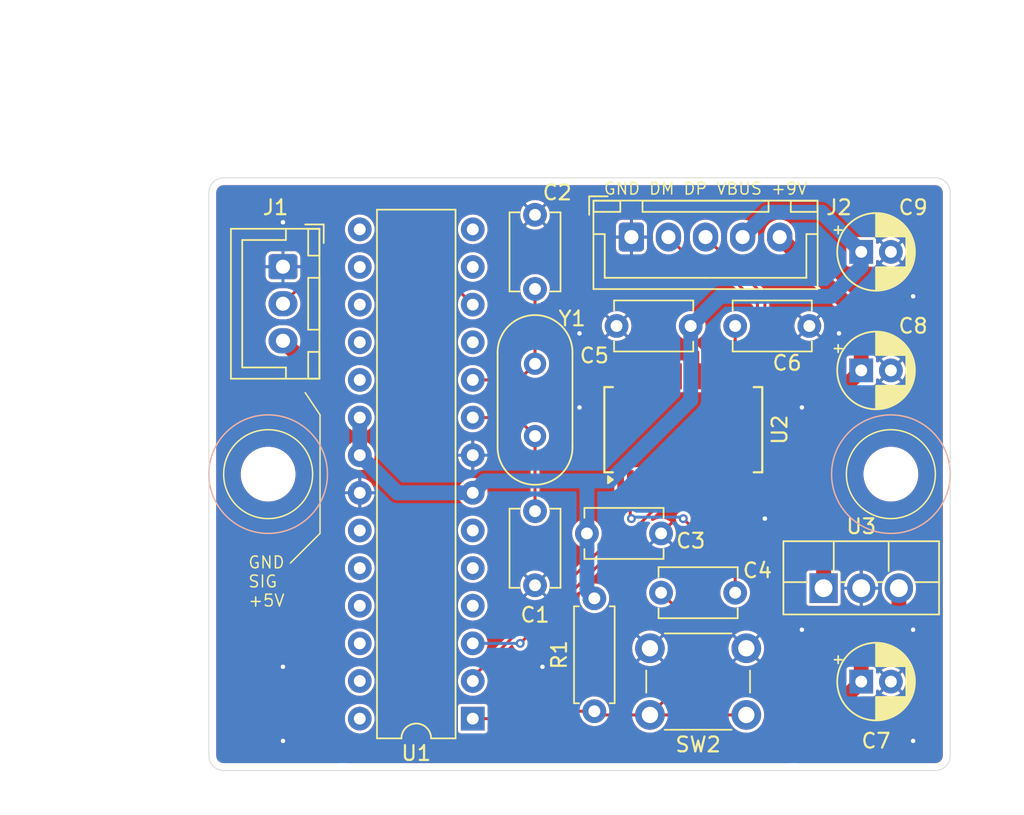
<source format=kicad_pcb>
(kicad_pcb (version 20240108) (generator "pcbnew") (generator_version "8.0")
  (layers (0 "F.Cu" signal) (31 "B.Cu" signal) (34 "B.Paste" user) (35 "F.Paste" user) (36 "B.SilkS" user "B.Silkscreen") (37 "F.SilkS" user "F.Silkscreen") (38 "B.Mask" user) (39 "F.Mask" user) (44 "Edge.Cuts" user))
  (net 0 "")
  (net 1 "VBUS")
  (net 2 "Net-(U1-~{RESET}{slash}PC6)")
  (net 3 "GND")
  (net 4 "+5V")
  (net 5 "+9V")
  (net 6 "/DTR")
  (net 9 "/AT_TX")
  (net 10 "/AT_RX")
  (net 16 "/USB+")
  (net 19 "+3V3")
  (net 24 "/USB-")
  (net 27 "Net-(U1-XTAL1{slash}PB6)")
  (net 32 "Net-(U1-XTAL2{slash}PB7)")
  (net 39 "/SIG")
  (footprint "Package_TO_SOT_THT:TO-220F-3_Vertical" (layer "F.Cu") (at 141.46 124.695)
    (property "Reference" "U3" (at 2.54 -4.1675 0) (layer "F.SilkS"))
    (property "Value" "L7805")
    (pad "1" thru_hole rect (at 0 0) (size 1.905 2) (drill 1.2) (layers "*.Cu" "*.Mask") (net 5 "+9V"))
    (pad "2" thru_hole oval (at 2.54 0) (size 1.905 2) (drill 1.2) (layers "*.Cu" "*.Mask") (net 3 "GND"))
    (pad "3" thru_hole oval (at 5.08 0) (size 1.905 2) (drill 1.2) (layers "*.Cu" "*.Mask") (net 4 "+5V"))
  )
  (footprint "Capacitor_THT:CP_Radial_D5.0mm_P2.00mm" (layer "F.Cu") (at 144 102)
    (property "Reference" "C9" (at 3.5 -3 0) (layer "F.SilkS"))
    (property "Value" "10uF Φ5 2mm Pitch")
    (pad "1" thru_hole rect (at 0 0) (size 1.6 1.6) (drill 0.8) (layers "*.Cu" "*.Mask") (net 1 "VBUS"))
    (pad "2" thru_hole circle (at 2 0) (size 1.6 1.6) (drill 0.8) (layers "*.Cu" "*.Mask") (net 3 "GND"))
  )
  (footprint "MountingHole:MountingHole_3.2mm_M3" (layer "F.Cu") (at 104 117)
    (property "Reference" "H2" (hide yes))
    (property "Value" "Φ3.2")
    (pad "" np_thru_hole circle (at 0 0) (size 3.2 3.2) (drill 3.2) (layers "*.Cu" "*.Mask"))
  )
  (footprint "Crystal:Crystal_HC49-4H_Vertical" (layer "F.Cu") (at 122 109.55 -90)
    (property "Reference" "Y1" (at -3.05 -2.5 180) (layer "F.SilkS"))
    (property "Value" "16MHz")
    (pad "1" thru_hole circle (at 0 0 270) (size 1.5 1.5) (drill 0.8) (layers "*.Cu" "*.Mask") (net 32 "Net-(U1-XTAL2{slash}PB7)"))
    (pad "2" thru_hole circle (at 4.88 0 270) (size 1.5 1.5) (drill 0.8) (layers "*.Cu" "*.Mask") (net 27 "Net-(U1-XTAL1{slash}PB6)"))
  )
  (footprint "MountingHole:MountingHole_3.2mm_M3" (layer "F.Cu") (at 146 117)
    (property "Reference" "H1" (hide yes))
    (property "Value" "Φ3.2")
    (pad "" np_thru_hole circle (at 0 0) (size 3.2 3.2) (drill 3.2) (layers "*.Cu" "*.Mask"))
  )
  (footprint "Resistor_THT:R_Axial_DIN0207_L6.3mm_D2.5mm_P7.62mm_Horizontal" (layer "F.Cu") (at 126 133 90)
    (property "Reference" "R1" (at 3.81 -2.37 90) (layer "F.SilkS"))
    (property "Value" "10k")
    (pad "1" thru_hole circle (at 0 0 90) (size 1.6 1.6) (drill 0.8) (layers "*.Cu" "*.Mask") (net 2 "Net-(U1-~{RESET}{slash}PC6)"))
    (pad "2" thru_hole oval (at 7.62 0 90) (size 1.6 1.6) (drill 0.8) (layers "*.Cu" "*.Mask") (net 1 "VBUS"))
  )
  (footprint "Capacitor_THT:C_Disc_D5.1mm_W3.2mm_P5.00mm" (layer "F.Cu") (at 135.5 125 180)
    (property "Reference" "C4" (at -1.5 1.5 0) (layer "F.SilkS"))
    (property "Value" "0.1uF")
    (pad "1" thru_hole circle (at 0 0 180) (size 1.6 1.6) (drill 0.8) (layers "*.Cu" "*.Mask") (net 6 "/DTR"))
    (pad "2" thru_hole circle (at 5 0 180) (size 1.6 1.6) (drill 0.8) (layers "*.Cu" "*.Mask") (net 2 "Net-(U1-~{RESET}{slash}PC6)"))
  )
  (footprint "Connector_JST:JST_XH_B3B-XH-A_1x03_P2.50mm_Vertical" (layer "F.Cu") (at 105 103 -90)
    (property "Reference" "J1" (at -4 0.5 180) (layer "F.SilkS"))
    (property "Value" "B3B-XH-A")
    (pad "1" thru_hole roundrect (at 0 0 270) (size 1.7 1.95) (drill 0.95) (layers "*.Cu" "*.Mask") (roundrect_rratio 0.147059) (net 3 "GND"))
    (pad "2" thru_hole oval (at 2.5 0 270) (size 1.7 1.95) (drill 0.95) (layers "*.Cu" "*.Mask") (net 39 "/SIG"))
    (pad "3" thru_hole oval (at 5 0 270) (size 1.7 1.95) (drill 0.95) (layers "*.Cu" "*.Mask") (net 4 "+5V"))
  )
  (footprint "Connector_JST:JST_XH_B5B-XH-A_1x05_P2.50mm_Vertical" (layer "F.Cu") (at 128.5 101)
    (property "Reference" "J2" (at 14 -2 0) (layer "F.SilkS"))
    (property "Value" "B5B-XH-A")
    (pad "1" thru_hole roundrect (at 0 0) (size 1.7 1.95) (drill 0.95) (layers "*.Cu" "*.Mask") (roundrect_rratio 0.147059) (net 3 "GND"))
    (pad "2" thru_hole oval (at 2.5 0) (size 1.7 1.95) (drill 0.95) (layers "*.Cu" "*.Mask") (net 24 "/USB-"))
    (pad "3" thru_hole oval (at 5 0) (size 1.7 1.95) (drill 0.95) (layers "*.Cu" "*.Mask") (net 16 "/USB+"))
    (pad "4" thru_hole oval (at 7.5 0) (size 1.7 1.95) (drill 0.95) (layers "*.Cu" "*.Mask") (net 1 "VBUS"))
    (pad "5" thru_hole oval (at 10 0) (size 1.7 1.95) (drill 0.95) (layers "*.Cu" "*.Mask") (net 5 "+9V"))
  )
  (footprint "Capacitor_THT:C_Disc_D5.1mm_W3.2mm_P5.00mm" (layer "F.Cu") (at 127.5 107)
    (property "Reference" "C5" (at -1.5 2 0) (layer "F.SilkS"))
    (property "Value" "0.1uF")
    (pad "1" thru_hole circle (at 0 0) (size 1.6 1.6) (drill 0.8) (layers "*.Cu" "*.Mask") (net 3 "GND"))
    (pad "2" thru_hole circle (at 5 0) (size 1.6 1.6) (drill 0.8) (layers "*.Cu" "*.Mask") (net 1 "VBUS"))
  )
  (footprint "Button_Switch_THT:SW_PUSH_6mm" (layer "F.Cu") (at 136.25 133.25 180)
    (property "Reference" "SW2" (at 3.25 -2 0) (layer "F.SilkS"))
    (property "Value" "SW_Push")
    (pad "1" thru_hole circle (at 0 0 270) (size 2 2) (drill 1.1) (layers "*.Cu" "*.Mask") (net 2 "Net-(U1-~{RESET}{slash}PC6)"))
    (pad "1" thru_hole circle (at 6.5 0 270) (size 2 2) (drill 1.1) (layers "*.Cu" "*.Mask") (net 2 "Net-(U1-~{RESET}{slash}PC6)"))
    (pad "2" thru_hole circle (at 0 4.5 270) (size 2 2) (drill 1.1) (layers "*.Cu" "*.Mask") (net 3 "GND"))
    (pad "2" thru_hole circle (at 6.5 4.5 270) (size 2 2) (drill 1.1) (layers "*.Cu" "*.Mask") (net 3 "GND"))
  )
  (footprint "Capacitor_THT:C_Disc_D5.1mm_W3.2mm_P5.00mm" (layer "F.Cu") (at 135.5 107)
    (property "Reference" "C6" (at 3.5 2.5 0) (layer "F.SilkS"))
    (property "Value" "0.1uF")
    (pad "1" thru_hole circle (at 0 0) (size 1.6 1.6) (drill 0.8) (layers "*.Cu" "*.Mask") (net 19 "+3V3"))
    (pad "2" thru_hole circle (at 5 0) (size 1.6 1.6) (drill 0.8) (layers "*.Cu" "*.Mask") (net 3 "GND"))
  )
  (footprint "Package_SO:SSOP-28_5.3x10.2mm_P0.65mm" (layer "F.Cu") (at 132 114 90)
    (property "Reference" "U2" (at 0 6.5 90) (layer "F.SilkS"))
    (property "Value" "FT232RL")
    (pad "1" smd rect (at -3.6 -4.225 90) (size 1.75 0.45) (layers "F.Cu" "F.Paste" "F.Mask") (net 10 "/AT_RX"))
    (pad "2" smd rect (at -3.6 -3.575 90) (size 1.75 0.45) (layers "F.Cu" "F.Paste" "F.Mask") (net 6 "/DTR"))
    (pad "3" smd rect (at -3.6 -2.925 90) (size 1.75 0.45) (layers "F.Cu" "F.Paste" "F.Mask"))
    (pad "4" smd rect (at -3.6 -2.275 90) (size 1.75 0.45) (layers "F.Cu" "F.Paste" "F.Mask") (net 19 "+3V3"))
    (pad "5" smd rect (at -3.6 -1.625 90) (size 1.75 0.45) (layers "F.Cu" "F.Paste" "F.Mask") (net 9 "/AT_TX"))
    (pad "6" smd rect (at -3.6 -0.975 90) (size 1.75 0.45) (layers "F.Cu" "F.Paste" "F.Mask"))
    (pad "7" smd rect (at -3.6 -0.325 90) (size 1.75 0.45) (layers "F.Cu" "F.Paste" "F.Mask") (net 3 "GND"))
    (pad "8" smd rect (at -3.6 0.325 90) (size 1.75 0.45) (layers "F.Cu" "F.Paste" "F.Mask"))
    (pad "9" smd rect (at -3.6 0.975 90) (size 1.75 0.45) (layers "F.Cu" "F.Paste" "F.Mask"))
    (pad "10" smd rect (at -3.6 1.625 90) (size 1.75 0.45) (layers "F.Cu" "F.Paste" "F.Mask"))
    (pad "11" smd rect (at -3.6 2.275 90) (size 1.75 0.45) (layers "F.Cu" "F.Paste" "F.Mask"))
    (pad "12" smd rect (at -3.6 2.925 90) (size 1.75 0.45) (layers "F.Cu" "F.Paste" "F.Mask"))
    (pad "13" smd rect (at -3.6 3.575 90) (size 1.75 0.45) (layers "F.Cu" "F.Paste" "F.Mask"))
    (pad "14" smd rect (at -3.6 4.225 90) (size 1.75 0.45) (layers "F.Cu" "F.Paste" "F.Mask"))
    (pad "15" smd rect (at 3.6 4.225 90) (size 1.75 0.45) (layers "F.Cu" "F.Paste" "F.Mask") (net 16 "/USB+"))
    (pad "16" smd rect (at 3.6 3.575 90) (size 1.75 0.45) (layers "F.Cu" "F.Paste" "F.Mask") (net 24 "/USB-"))
    (pad "17" smd rect (at 3.6 2.925 90) (size 1.75 0.45) (layers "F.Cu" "F.Paste" "F.Mask") (net 19 "+3V3"))
    (pad "18" smd rect (at 3.6 2.275 90) (size 1.75 0.45) (layers "F.Cu" "F.Paste" "F.Mask") (net 3 "GND"))
    (pad "19" smd rect (at 3.6 1.625 90) (size 1.75 0.45) (layers "F.Cu" "F.Paste" "F.Mask"))
    (pad "20" smd rect (at 3.6 0.975 90) (size 1.75 0.45) (layers "F.Cu" "F.Paste" "F.Mask") (net 1 "VBUS"))
    (pad "21" smd rect (at 3.6 0.325 90) (size 1.75 0.45) (layers "F.Cu" "F.Paste" "F.Mask") (net 3 "GND"))
    (pad "22" smd rect (at 3.6 -0.325 90) (size 1.75 0.45) (layers "F.Cu" "F.Paste" "F.Mask"))
    (pad "23" smd rect (at 3.6 -0.975 90) (size 1.75 0.45) (layers "F.Cu" "F.Paste" "F.Mask"))
    (pad "24" smd rect (at 3.6 -1.625 90) (size 1.75 0.45) (layers "F.Cu" "F.Paste" "F.Mask"))
    (pad "25" smd rect (at 3.6 -2.275 90) (size 1.75 0.45) (layers "F.Cu" "F.Paste" "F.Mask") (net 3 "GND"))
    (pad "26" smd rect (at 3.6 -2.925 90) (size 1.75 0.45) (layers "F.Cu" "F.Paste" "F.Mask") (net 3 "GND"))
    (pad "27" smd rect (at 3.6 -3.575 90) (size 1.75 0.45) (layers "F.Cu" "F.Paste" "F.Mask"))
    (pad "28" smd rect (at 3.6 -4.225 90) (size 1.75 0.45) (layers "F.Cu" "F.Paste" "F.Mask"))
  )
  (footprint "Package_DIP:DIP-28_W7.62mm" (layer "F.Cu") (at 117.8 133.5 180)
    (property "Reference" "U1" (at 3.81 -2.33 0) (layer "F.SilkS"))
    (property "Value" "ATmega328P-P")
    (pad "1" thru_hole rect (at 0 0 180) (size 1.6 1.6) (drill 0.8) (layers "*.Cu" "*.Mask") (net 2 "Net-(U1-~{RESET}{slash}PC6)"))
    (pad "2" thru_hole oval (at 0 2.54 180) (size 1.6 1.6) (drill 0.8) (layers "*.Cu" "*.Mask") (net 10 "/AT_RX"))
    (pad "3" thru_hole oval (at 0 5.08 180) (size 1.6 1.6) (drill 0.8) (layers "*.Cu" "*.Mask") (net 9 "/AT_TX"))
    (pad "4" thru_hole oval (at 0 7.62 180) (size 1.6 1.6) (drill 0.8) (layers "*.Cu" "*.Mask"))
    (pad "5" thru_hole oval (at 0 10.16 180) (size 1.6 1.6) (drill 0.8) (layers "*.Cu" "*.Mask"))
    (pad "6" thru_hole oval (at 0 12.7 180) (size 1.6 1.6) (drill 0.8) (layers "*.Cu" "*.Mask"))
    (pad "7" thru_hole oval (at 0 15.24 180) (size 1.6 1.6) (drill 0.8) (layers "*.Cu" "*.Mask") (net 1 "VBUS"))
    (pad "8" thru_hole oval (at 0 17.78 180) (size 1.6 1.6) (drill 0.8) (layers "*.Cu" "*.Mask") (net 3 "GND"))
    (pad "9" thru_hole oval (at 0 20.32 180) (size 1.6 1.6) (drill 0.8) (layers "*.Cu" "*.Mask") (net 27 "Net-(U1-XTAL1{slash}PB6)"))
    (pad "10" thru_hole oval (at 0 22.86 180) (size 1.6 1.6) (drill 0.8) (layers "*.Cu" "*.Mask") (net 32 "Net-(U1-XTAL2{slash}PB7)"))
    (pad "11" thru_hole oval (at 0 25.4 180) (size 1.6 1.6) (drill 0.8) (layers "*.Cu" "*.Mask"))
    (pad "12" thru_hole oval (at 0 27.94 180) (size 1.6 1.6) (drill 0.8) (layers "*.Cu" "*.Mask") (net 39 "/SIG"))
    (pad "13" thru_hole oval (at 0 30.48 180) (size 1.6 1.6) (drill 0.8) (layers "*.Cu" "*.Mask"))
    (pad "14" thru_hole oval (at 0 33.02 180) (size 1.6 1.6) (drill 0.8) (layers "*.Cu" "*.Mask"))
    (pad "15" thru_hole oval (at 7.62 33.02 180) (size 1.6 1.6) (drill 0.8) (layers "*.Cu" "*.Mask"))
    (pad "16" thru_hole oval (at 7.62 30.48 180) (size 1.6 1.6) (drill 0.8) (layers "*.Cu" "*.Mask"))
    (pad "17" thru_hole oval (at 7.62 27.94 180) (size 1.6 1.6) (drill 0.8) (layers "*.Cu" "*.Mask"))
    (pad "18" thru_hole oval (at 7.62 25.4 180) (size 1.6 1.6) (drill 0.8) (layers "*.Cu" "*.Mask"))
    (pad "19" thru_hole oval (at 7.62 22.86 180) (size 1.6 1.6) (drill 0.8) (layers "*.Cu" "*.Mask"))
    (pad "20" thru_hole oval (at 7.62 20.32 180) (size 1.6 1.6) (drill 0.8) (layers "*.Cu" "*.Mask") (net 1 "VBUS"))
    (pad "21" thru_hole oval (at 7.62 17.78 180) (size 1.6 1.6) (drill 0.8) (layers "*.Cu" "*.Mask") (net 1 "VBUS"))
    (pad "22" thru_hole oval (at 7.62 15.24 180) (size 1.6 1.6) (drill 0.8) (layers "*.Cu" "*.Mask") (net 3 "GND"))
    (pad "23" thru_hole oval (at 7.62 12.7 180) (size 1.6 1.6) (drill 0.8) (layers "*.Cu" "*.Mask"))
    (pad "24" thru_hole oval (at 7.62 10.16 180) (size 1.6 1.6) (drill 0.8) (layers "*.Cu" "*.Mask"))
    (pad "25" thru_hole oval (at 7.62 7.62 180) (size 1.6 1.6) (drill 0.8) (layers "*.Cu" "*.Mask"))
    (pad "26" thru_hole oval (at 7.62 5.08 180) (size 1.6 1.6) (drill 0.8) (layers "*.Cu" "*.Mask"))
    (pad "27" thru_hole oval (at 7.62 2.54 180) (size 1.6 1.6) (drill 0.8) (layers "*.Cu" "*.Mask"))
    (pad "28" thru_hole oval (at 7.62 0 180) (size 1.6 1.6) (drill 0.8) (layers "*.Cu" "*.Mask"))
  )
  (footprint "Capacitor_THT:C_Disc_D5.1mm_W3.2mm_P5.00mm" (layer "F.Cu") (at 130.5 121 180)
    (property "Reference" "C3" (at -2 -0.5 0) (layer "F.SilkS"))
    (property "Value" "0.1uF")
    (pad "1" thru_hole circle (at 0 0 180) (size 1.6 1.6) (drill 0.8) (layers "*.Cu" "*.Mask") (net 3 "GND"))
    (pad "2" thru_hole circle (at 5 0 180) (size 1.6 1.6) (drill 0.8) (layers "*.Cu" "*.Mask") (net 1 "VBUS"))
  )
  (footprint "Capacitor_THT:CP_Radial_D5.0mm_P2.00mm" (layer "F.Cu") (at 144 110)
    (property "Reference" "C8" (at 3.5 -3 0) (layer "F.SilkS"))
    (property "Value" "10uF Φ5 2mm Pitch")
    (pad "1" thru_hole rect (at 0 0) (size 1.6 1.6) (drill 0.8) (layers "*.Cu" "*.Mask") (net 5 "+9V"))
    (pad "2" thru_hole circle (at 2 0) (size 1.6 1.6) (drill 0.8) (layers "*.Cu" "*.Mask") (net 3 "GND"))
  )
  (footprint "Capacitor_THT:C_Disc_D5.1mm_W3.2mm_P5.00mm" (layer "F.Cu") (at 122 104.5 90)
    (property "Reference" "C2" (at 6.5 1.5 180) (layer "F.SilkS"))
    (property "Value" "22nF")
    (pad "1" thru_hole circle (at 0 0 90) (size 1.6 1.6) (drill 0.8) (layers "*.Cu" "*.Mask") (net 32 "Net-(U1-XTAL2{slash}PB7)"))
    (pad "2" thru_hole circle (at 5 0 90) (size 1.6 1.6) (drill 0.8) (layers "*.Cu" "*.Mask") (net 3 "GND"))
  )
  (footprint "Capacitor_THT:CP_Radial_D5.0mm_P2.00mm" (layer "F.Cu") (at 144 131)
    (property "Reference" "C7" (at 1 4 0) (layer "F.SilkS"))
    (property "Value" "10uF Φ5 2mm Pitch")
    (pad "1" thru_hole rect (at 0 0) (size 1.6 1.6) (drill 0.8) (layers "*.Cu" "*.Mask") (net 4 "+5V"))
    (pad "2" thru_hole circle (at 2 0) (size 1.6 1.6) (drill 0.8) (layers "*.Cu" "*.Mask") (net 3 "GND"))
  )
  (footprint "Capacitor_THT:C_Disc_D5.1mm_W3.2mm_P5.00mm" (layer "F.Cu") (at 122 119.5 -90)
    (property "Reference" "C1" (at 7 0 180) (layer "F.SilkS"))
    (property "Value" "22nF")
    (pad "1" thru_hole circle (at 0 0 270) (size 1.6 1.6) (drill 0.8) (layers "*.Cu" "*.Mask") (net 27 "Net-(U1-XTAL1{slash}PB6)"))
    (pad "2" thru_hole circle (at 5 0 270) (size 1.6 1.6) (drill 0.8) (layers "*.Cu" "*.Mask") (net 3 "GND"))
  )
  (gr_circle (center 146 117) (end 150 117) (stroke (width 0.1)) (fill none) (layer "B.SilkS"))
  (gr_circle (center 104 117) (end 100 117) (stroke (width 0.1)) (fill none) (layer "B.SilkS"))
  (gr_line (start 107.5 113) (end 107.5 121) (stroke (width 0.1)) (layer "F.SilkS"))
  (gr_line (start 107.5 121) (end 105.5 123) (stroke (width 0.1)) (layer "F.SilkS"))
  (gr_line (start 106.5 111.5) (end 107.5 113) (stroke (width 0.1)) (layer "F.SilkS"))
  (gr_circle (center 146 117) (end 149 117) (stroke (width 0.1)) (fill none) (layer "F.SilkS"))
  (gr_circle (center 104 117) (end 101 117) (stroke (width 0.1)) (fill none) (layer "F.SilkS"))
  (gr_line (start 149 97) (end 101 97) (stroke (width 0.05)) (layer "Edge.Cuts"))
  (gr_arc (start 100 98) (mid 100.292893 97.292893) (end 101 97) (stroke (width 0.05)) (layer "Edge.Cuts"))
  (gr_line (start 150 136) (end 150 98) (stroke (width 0.05)) (layer "Edge.Cuts"))
  (gr_arc (start 149 97) (mid 149.707107 97.292893) (end 150 98) (stroke (width 0.05)) (layer "Edge.Cuts"))
  (gr_arc (start 150 136) (mid 149.707107 136.707107) (end 149 137) (stroke (width 0.05)) (layer "Edge.Cuts"))
  (gr_arc (start 101 137) (mid 100.292893 136.707107) (end 100 136) (stroke (width 0.05)) (layer "Edge.Cuts"))
  (gr_line (start 101 137) (end 149 137) (stroke (width 0.05)) (layer "Edge.Cuts"))
  (gr_line (start 100 98) (end 100 136) (stroke (width 0.05)) (layer "Edge.Cuts"))
  (gr_text "GND DM DP VBUS +9V" (at 133.5 98.2 0) (layer "F.SilkS") (effects (font (size 0.8 0.8) (thickness 0.1)) (justify bottom)))
  (gr_text "GND\nSIG\n+5V" (at 102.6 126 0) (layer "F.SilkS") (effects (font (size 0.8 0.8) (thickness 0.1)) (justify left bottom)))
  (segment (start 132.5 108.3) (end 132.5 107) (width 0.2) (layer "F.Cu") (net 1))
  (segment (start 132.975 108.775) (end 132.5 108.3) (width 0.2) (layer "F.Cu") (net 1))
  (segment (start 132.975 110.4) (end 132.975 108.775) (width 0.2) (layer "F.Cu") (net 1))
  (segment (start 137.675 99.325) (end 136 101) (width 1) (layer "B.Cu") (net 1))
  (segment (start 132.5 112) (end 132.5 107) (width 1) (layer "B.Cu") (net 1))
  (segment (start 125.5 121) (end 125.5 117.460001) (width 1) (layer "B.Cu") (net 1))
  (segment (start 125.5 117.460001) (end 127.039999 117.460001) (width 1) (layer "B.Cu") (net 1))
  (segment (start 125.5 121) (end 125.5 124.88) (width 1) (layer "B.Cu") (net 1))
  (segment (start 127.039999 117.460001) (end 132.5 112) (width 1) (layer "B.Cu") (net 1))
  (segment (start 117.8 118.26) (end 118.599999 117.460001) (width 1) (layer "B.Cu") (net 1))
  (segment (start 144 102) (end 141.325 99.325) (width 1) (layer "B.Cu") (net 1))
  (segment (start 110.18 115.72) (end 112.72 118.26) (width 1) (layer "B.Cu") (net 1))
  (segment (start 141.325 99.325) (end 137.675 99.325) (width 1) (layer "B.Cu") (net 1))
  (segment (start 134.5 105) (end 132.5 107) (width 1) (layer "B.Cu") (net 1))
  (segment (start 142 105) (end 134.5 105) (width 1) (layer "B.Cu") (net 1))
  (segment (start 144 103) (end 142 105) (width 1) (layer "B.Cu") (net 1))
  (segment (start 144 102) (end 144 103) (width 1) (layer "B.Cu") (net 1))
  (segment (start 112.72 118.26) (end 117.8 118.26) (width 1) (layer "B.Cu") (net 1))
  (segment (start 118.599999 117.460001) (end 125.5 117.460001) (width 1) (layer "B.Cu") (net 1))
  (segment (start 125.5 124.88) (end 126 125.38) (width 1) (layer "B.Cu") (net 1))
  (segment (start 110.18 113.18) (end 110.18 115.72) (width 1) (layer "B.Cu") (net 1))
  (segment (start 121.5 133) (end 126 133) (width 0.2) (layer "F.Cu") (net 2))
  (segment (start 131.299999 125.799999) (end 131.299999 131.700001) (width 0.2) (layer "F.Cu") (net 2))
  (segment (start 131.299999 131.700001) (end 129.75 133.25) (width 0.2) (layer "F.Cu") (net 2))
  (segment (start 117.8 133.5) (end 121 133.5) (width 0.2) (layer "F.Cu") (net 2))
  (segment (start 126.25 133.25) (end 126 133) (width 0.2) (layer "F.Cu") (net 2))
  (segment (start 136.25 133.25) (end 129.75 133.25) (width 0.2) (layer "F.Cu") (net 2))
  (segment (start 121 133.5) (end 121.5 133) (width 0.2) (layer "F.Cu") (net 2))
  (segment (start 129.75 133.25) (end 126.25 133.25) (width 0.2) (layer "F.Cu") (net 2))
  (segment (start 130.5 125) (end 131.299999 125.799999) (width 0.2) (layer "F.Cu") (net 2))
  (via (at 142.5 107.5) (size 0.6) (drill 0.3) (layers "F.Cu" "B.Cu") (net 3))
  (via (at 105 135) (size 0.6) (drill 0.3) (layers "F.Cu" "B.Cu") (net 3))
  (via (at 147.5 135) (size 0.6) (drill 0.3) (layers "F.Cu" "B.Cu") (net 3))
  (via (at 137.5 120) (size 0.6) (drill 0.3) (layers "F.Cu" "B.Cu") (net 3))
  (via (at 147.5 105) (size 0.6) (drill 0.3) (layers "F.Cu" "B.Cu") (net 3))
  (via (at 122.5 130) (size 0.6) (drill 0.3) (layers "F.Cu" "B.Cu") (net 3))
  (via (at 140 112.5) (size 0.6) (drill 0.3) (layers "F.Cu" "B.Cu") (net 3))
  (via (at 125 112.5) (size 0.6) (drill 0.3) (layers "F.Cu" "B.Cu") (net 3))
  (via (at 125 107.5) (size 0.6) (drill 0.3) (layers "F.Cu" "B.Cu") (net 3))
  (via (at 105 130) (size 0.6) (drill 0.3) (layers "F.Cu" "B.Cu") (net 3))
  (via (at 147.5 127.5) (size 0.6) (drill 0.3) (layers "F.Cu" "B.Cu") (net 3))
  (via (at 140 127.5) (size 0.6) (drill 0.3) (layers "F.Cu" "B.Cu") (net 3))
  (via (at 105 100) (size 0.6) (drill 0.3) (layers "F.Cu" "B.Cu") (net 3))
  (segment (start 144 129) (end 144 131) (width 1) (layer "F.Cu") (net 4))
  (segment (start 144 131) (end 139 136) (width 1) (layer "F.Cu") (net 4))
  (segment (start 139 136) (end 109.5 136) (width 1) (layer "F.Cu") (net 4))
  (segment (start 146.54 124.695) (end 146.54 126.46) (width 1) (layer "F.Cu") (net 4))
  (segment (start 109.5 136) (end 108.68 135.18) (width 1) (layer "F.Cu") (net 4))
  (segment (start 108.68 111.68) (end 105 108) (width 1) (layer "F.Cu") (net 4))
  (segment (start 108.68 135.18) (end 108.68 111.68) (width 1) (layer "F.Cu") (net 4))
  (segment (start 146.54 126.46) (end 144 129) (width 1) (layer "F.Cu") (net 4))
  (segment (start 144 106.5) (end 144 110) (width 1) (layer "F.Cu") (net 5))
  (segment (start 141.46 112.54) (end 141.46 124.695) (width 1) (layer "F.Cu") (net 5))
  (segment (start 144 110) (end 141.46 112.54) (width 1) (layer "F.Cu") (net 5))
  (segment (start 138.5 101) (end 144 106.5) (width 1) (layer "F.Cu") (net 5))
  (segment (start 128.425 117.6) (end 128.425 119.925) (width 0.2) (layer "F.Cu") (net 6))
  (segment (start 132 120) (end 135.5 123.5) (width 0.2) (layer "F.Cu") (net 6))
  (segment (start 135.5 123.5) (end 135.5 125) (width 0.2) (layer "F.Cu") (net 6))
  (segment (start 128.425 119.925) (end 128.5 120) (width 0.2) (layer "F.Cu") (net 6))
  (via (at 132 120) (size 0.6) (drill 0.3) (layers "F.Cu" "B.Cu") (net 6))
  (via (at 128.5 120) (size 0.6) (drill 0.3) (layers "F.Cu" "B.Cu") (net 6))
  (segment (start 131.9 119.9) (end 132 120) (width 0.2) (layer "B.Cu") (net 6))
  (segment (start 128.6 119.9) (end 131.9 119.9) (width 0.2) (layer "B.Cu") (net 6))
  (segment (start 128.5 120) (end 128.6 119.9) (width 0.2) (layer "B.Cu") (net 6))
  (segment (start 130.375 119.045002) (end 121.000002 128.42) (width 0.2) (layer "F.Cu") (net 9))
  (segment (start 130.375 117.6) (end 130.375 119.045002) (width 0.2) (layer "F.Cu") (net 9))
  (via (at 121.000002 128.42) (size 0.6) (drill 0.3) (layers "F.Cu" "B.Cu") (net 9))
  (segment (start 117.8 128.42) (end 121.000002 128.42) (width 0.2) (layer "B.Cu") (net 9))
  (segment (start 127.775 120.725761) (end 117.8 130.700761) (width 0.2) (layer "F.Cu") (net 10))
  (segment (start 117.8 130.700761) (end 117.8 130.96) (width 0.2) (layer "F.Cu") (net 10))
  (segment (start 127.775 117.6) (end 127.775 120.725761) (width 0.2) (layer "F.Cu") (net 10))
  (segment (start 137.5 108) (end 136.225 109.275) (width 0.2) (layer "F.Cu") (net 16))
  (segment (start 133.5 101) (end 137.5 105) (width 0.2) (layer "F.Cu") (net 16))
  (segment (start 137.5 105) (end 137.5 108) (width 0.2) (layer "F.Cu") (net 16))
  (segment (start 136.225 109.275) (end 136.225 110.4) (width 0.2) (layer "F.Cu") (net 16))
  (segment (start 135.5 108) (end 134.925 108.575) (width 0.2) (layer "F.Cu") (net 19))
  (segment (start 134.925 108.575) (end 134.925 110.4) (width 0.2) (layer "F.Cu") (net 19))
  (segment (start 134.925 110.4) (end 134.925 112.075) (width 0.2) (layer "F.Cu") (net 19))
  (segment (start 129.85 116.425) (end 129.725 116.55) (width 0.2) (layer "F.Cu") (net 19))
  (segment (start 130.575 116.425) (end 129.85 116.425) (width 0.2) (layer "F.Cu") (net 19))
  (segment (start 135.5 107) (end 135.5 108) (width 0.2) (layer "F.Cu") (net 19))
  (segment (start 134.925 112.075) (end 130.575 116.425) (width 0.2) (layer "F.Cu") (net 19))
  (segment (start 129.725 116.55) (end 129.725 117.6) (width 0.2) (layer "F.Cu") (net 19))
  (segment (start 137 105.5) (end 137 107.575) (width 0.2) (layer "F.Cu") (net 24))
  (segment (start 132.5 102.5) (end 134 102.5) (width 0.2) (layer "F.Cu") (net 24))
  (segment (start 131 101) (end 132.5 102.5) (width 0.2) (layer "F.Cu") (net 24))
  (segment (start 134 102.5) (end 137 105.5) (width 0.2) (layer "F.Cu") (net 24))
  (segment (start 135.575 109) (end 135.575 110.4) (width 0.2) (layer "F.Cu") (net 24))
  (segment (start 137 107.575) (end 135.575 109) (width 0.2) (layer "F.Cu") (net 24))
  (segment (start 117.8 113.18) (end 120.75 113.18) (width 0.2) (layer "F.Cu") (net 27))
  (segment (start 120.75 113.18) (end 122 114.43) (width 0.2) (layer "F.Cu") (net 27))
  (segment (start 122 114.43) (end 122 119.5) (width 0.2) (layer "F.Cu") (net 27))
  (segment (start 120.91 110.64) (end 122 109.55) (width 0.2) (layer "F.Cu") (net 32))
  (segment (start 117.8 110.64) (end 120.91 110.64) (width 0.2) (layer "F.Cu") (net 32))
  (segment (start 122 104.5) (end 122 109.55) (width 0.2) (layer "F.Cu") (net 32))
  (segment (start 116.7 104.46) (end 117.8 105.56) (width 0.2) (layer "F.Cu") (net 39))
  (segment (start 105 105.5) (end 106.04 104.46) (width 0.2) (layer "F.Cu") (net 39))
  (segment (start 106.04 104.46) (end 116.7 104.46) (width 0.2) (layer "F.Cu") (net 39))
  (zone (net 3) (net_name "GND") (layers "F&B.Cu") (connect_pads (clearance 0.2)) (min_thickness 0.2) (fill yes (thermal_gap 0.2) (thermal_bridge_width 0.2))
    (polygon (pts (xy 95 95) (xy 95 140) (xy 155 140) (xy 155 95)))
  )
)
</source>
